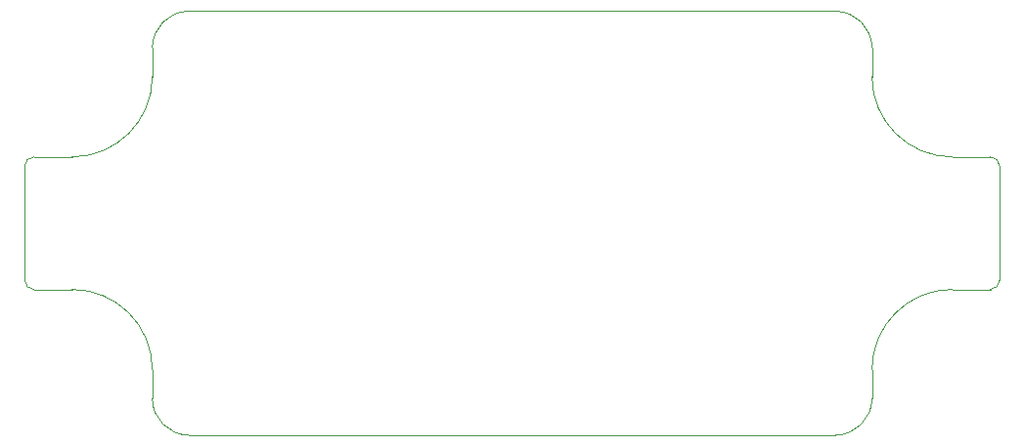
<source format=gbr>
%TF.GenerationSoftware,KiCad,Pcbnew,9.0.4-9.0.4-0~ubuntu24.04.1*%
%TF.CreationDate,2025-10-06T22:04:19-07:00*%
%TF.ProjectId,mini-pdb,6d696e69-2d70-4646-922e-6b696361645f,2*%
%TF.SameCoordinates,Original*%
%TF.FileFunction,Profile,NP*%
%FSLAX46Y46*%
G04 Gerber Fmt 4.6, Leading zero omitted, Abs format (unit mm)*
G04 Created by KiCad (PCBNEW 9.0.4-9.0.4-0~ubuntu24.04.1) date 2025-10-06 22:04:19*
%MOMM*%
%LPD*%
G01*
G04 APERTURE LIST*
%TA.AperFunction,Profile*%
%ADD10C,0.050000*%
%TD*%
G04 APERTURE END LIST*
D10*
X167727200Y-131855200D02*
G75*
G02*
X174677200Y-138805200I0J-6950000D01*
G01*
X167727200Y-120355200D02*
X164420950Y-120355200D01*
X248027200Y-131061400D02*
G75*
G02*
X247233400Y-131855200I-793800J0D01*
G01*
X163627200Y-121148950D02*
X163627200Y-131061450D01*
X164420950Y-131855200D02*
X167727200Y-131855200D01*
X164420950Y-131855200D02*
G75*
G02*
X163627200Y-131061450I50J793800D01*
G01*
X247233400Y-120355200D02*
G75*
G02*
X248027200Y-121149000I0J-793800D01*
G01*
X174677200Y-110892700D02*
G75*
G02*
X177852200Y-107717700I3175000J0D01*
G01*
X236977200Y-138805200D02*
G75*
G02*
X243927200Y-131855200I6950000J0D01*
G01*
X236977200Y-113405200D02*
X236977200Y-110892700D01*
X236977200Y-141317700D02*
G75*
G02*
X233802200Y-144492700I-3175000J0D01*
G01*
X177852200Y-144492700D02*
X233802200Y-144492700D01*
X243927200Y-131855200D02*
X247233400Y-131855200D01*
X233802200Y-107717700D02*
G75*
G02*
X236977200Y-110892700I0J-3175000D01*
G01*
X247233400Y-120355200D02*
X243927200Y-120355200D01*
X177852200Y-144492700D02*
G75*
G02*
X174677200Y-141317700I0J3175000D01*
G01*
X243927200Y-120355200D02*
G75*
G02*
X236977200Y-113405200I0J6950000D01*
G01*
X233802200Y-107717700D02*
X177852200Y-107717700D01*
X174677200Y-113405200D02*
G75*
G02*
X167727200Y-120355200I-6950000J0D01*
G01*
X174677200Y-110892700D02*
X174677200Y-113405200D01*
X236977200Y-141317700D02*
X236977200Y-138805200D01*
X174677200Y-138805200D02*
X174677200Y-141317700D01*
X163627200Y-121148950D02*
G75*
G02*
X164420950Y-120355200I793800J-50D01*
G01*
X248027200Y-131061400D02*
X248027200Y-121149000D01*
M02*

</source>
